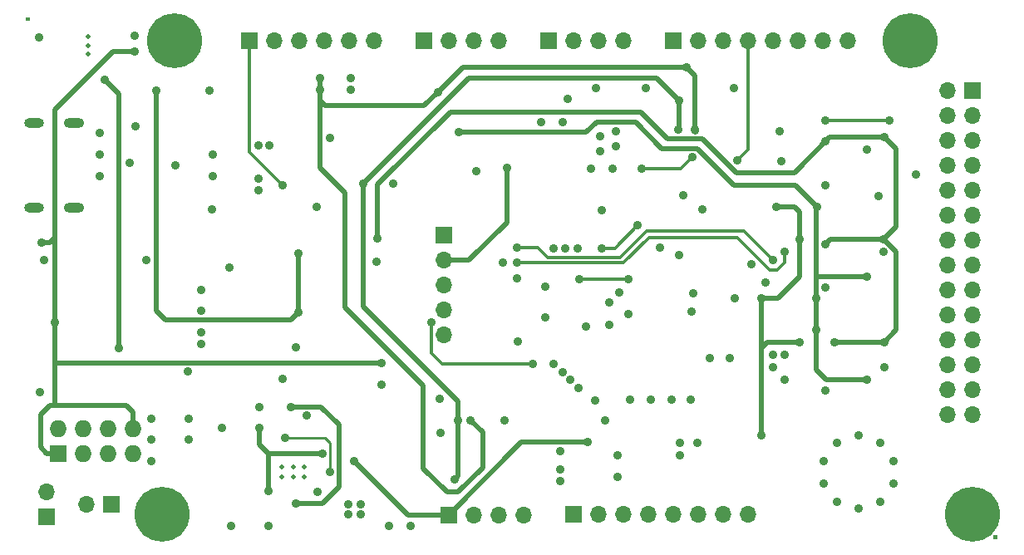
<source format=gbr>
G04 #@! TF.GenerationSoftware,KiCad,Pcbnew,5.1.10-88a1d61d58~90~ubuntu20.04.1*
G04 #@! TF.CreationDate,2021-10-17T22:22:07+02:00*
G04 #@! TF.ProjectId,PSLab,50534c61-622e-46b6-9963-61645f706362,v6.1*
G04 #@! TF.SameCoordinates,Original*
G04 #@! TF.FileFunction,Copper,L3,Inr*
G04 #@! TF.FilePolarity,Positive*
%FSLAX46Y46*%
G04 Gerber Fmt 4.6, Leading zero omitted, Abs format (unit mm)*
G04 Created by KiCad (PCBNEW 5.1.10-88a1d61d58~90~ubuntu20.04.1) date 2021-10-17 22:22:07*
%MOMM*%
%LPD*%
G01*
G04 APERTURE LIST*
G04 #@! TA.AperFunction,ComponentPad*
%ADD10O,1.700000X1.700000*%
G04 #@! TD*
G04 #@! TA.AperFunction,ComponentPad*
%ADD11R,1.700000X1.700000*%
G04 #@! TD*
G04 #@! TA.AperFunction,ComponentPad*
%ADD12C,0.500000*%
G04 #@! TD*
G04 #@! TA.AperFunction,ComponentPad*
%ADD13R,1.727200X1.727200*%
G04 #@! TD*
G04 #@! TA.AperFunction,ComponentPad*
%ADD14O,1.727200X1.727200*%
G04 #@! TD*
G04 #@! TA.AperFunction,ComponentPad*
%ADD15O,2.100000X1.000000*%
G04 #@! TD*
G04 #@! TA.AperFunction,ComponentPad*
%ADD16O,2.000000X1.000000*%
G04 #@! TD*
G04 #@! TA.AperFunction,ComponentPad*
%ADD17C,5.600000*%
G04 #@! TD*
G04 #@! TA.AperFunction,ViaPad*
%ADD18C,0.914400*%
G04 #@! TD*
G04 #@! TA.AperFunction,Conductor*
%ADD19C,0.508000*%
G04 #@! TD*
G04 #@! TA.AperFunction,Conductor*
%ADD20C,0.304800*%
G04 #@! TD*
G04 #@! TA.AperFunction,Conductor*
%ADD21C,0.254000*%
G04 #@! TD*
G04 #@! TA.AperFunction,Conductor*
%ADD22C,0.406400*%
G04 #@! TD*
G04 #@! TA.AperFunction,Conductor*
%ADD23C,0.762000*%
G04 #@! TD*
G04 #@! TA.AperFunction,NonConductor*
%ADD24C,0.030000*%
G04 #@! TD*
G04 #@! TA.AperFunction,NonConductor*
%ADD25C,0.100000*%
G04 #@! TD*
G04 APERTURE END LIST*
D10*
X133612000Y-92752000D03*
X133612000Y-90212000D03*
X133612000Y-87672000D03*
X133612000Y-85132000D03*
D11*
X133612000Y-82592000D03*
D12*
X97350000Y-62371000D03*
X97350000Y-64149000D03*
X97350000Y-63260000D03*
X119388000Y-107230000D03*
X119388000Y-106214000D03*
X118245000Y-106214000D03*
X118245000Y-107230000D03*
X117102000Y-106214000D03*
X117102000Y-107230000D03*
D13*
X94305500Y-104817000D03*
D14*
X94305500Y-102277000D03*
X96845500Y-104817000D03*
X96845500Y-102277000D03*
X99385500Y-104817000D03*
X99385500Y-102277000D03*
X101925500Y-104817000D03*
X101925500Y-102277000D03*
D15*
X95945000Y-71160000D03*
X95945000Y-79800000D03*
D16*
X91865000Y-71160000D03*
X91865000Y-79800000D03*
D17*
X104880000Y-111020000D03*
X181090000Y-62780000D03*
X106150000Y-62770000D03*
X187420000Y-111010000D03*
D11*
X187460000Y-67860000D03*
D10*
X184920000Y-67860000D03*
X187460000Y-70400000D03*
X184920000Y-70400000D03*
X187460000Y-72940000D03*
X184920000Y-72940000D03*
X187460000Y-75480000D03*
X184920000Y-75480000D03*
X187460000Y-78020000D03*
X184920000Y-78020000D03*
X187460000Y-80560000D03*
X184920000Y-80560000D03*
X187460000Y-83100000D03*
X184920000Y-83100000D03*
X187460000Y-85640000D03*
X184920000Y-85640000D03*
X187460000Y-88180000D03*
X184920000Y-88180000D03*
X187460000Y-90720000D03*
X184920000Y-90720000D03*
X187460000Y-93260000D03*
X184920000Y-93260000D03*
X187460000Y-95800000D03*
X184920000Y-95800000D03*
X187460000Y-98340000D03*
X184920000Y-98340000D03*
X187460000Y-100880000D03*
X184920000Y-100880000D03*
D11*
X156980000Y-62780000D03*
D10*
X159520000Y-62780000D03*
X162060000Y-62780000D03*
X164600000Y-62780000D03*
X167140000Y-62780000D03*
X169680000Y-62780000D03*
X172220000Y-62780000D03*
X174760000Y-62780000D03*
X164600000Y-111040000D03*
X162060000Y-111040000D03*
X159520000Y-111040000D03*
X156980000Y-111040000D03*
X154440000Y-111040000D03*
X151900000Y-111040000D03*
X149360000Y-111040000D03*
D11*
X146820000Y-111040000D03*
X131580000Y-62780000D03*
D10*
X134120000Y-62780000D03*
X136660000Y-62780000D03*
X139200000Y-62780000D03*
D11*
X144280000Y-62780000D03*
D10*
X146820000Y-62780000D03*
X149360000Y-62780000D03*
X151900000Y-62780000D03*
X141740000Y-111074000D03*
X139200000Y-111074000D03*
X136660000Y-111074000D03*
D11*
X134120000Y-111074000D03*
X113800000Y-62780000D03*
D10*
X116340000Y-62780000D03*
X118880000Y-62780000D03*
X121420000Y-62780000D03*
X123960000Y-62780000D03*
X126500000Y-62780000D03*
D11*
X93162500Y-111294000D03*
D10*
X93162500Y-108754000D03*
D11*
X99703000Y-110024000D03*
D10*
X97163000Y-110024000D03*
D18*
X148199002Y-103692000D03*
X104338000Y-67796024D03*
X115768500Y-108627000D03*
X114816000Y-102213500D03*
X121251290Y-104817000D03*
X118753000Y-84433500D03*
X118753000Y-90402506D03*
X124468000Y-105593522D03*
X141012600Y-85399000D03*
X168283006Y-94720500D03*
X168283004Y-84243000D03*
X108910500Y-90275500D03*
X157678500Y-105007500D03*
X144751558Y-83900697D03*
X149550500Y-72495500D03*
X157678500Y-103737500D03*
X145931000Y-83925500D03*
X141004300Y-83799000D03*
X167140000Y-94720500D03*
X167140000Y-85128390D03*
X108910500Y-92498000D03*
X163456992Y-74972000D03*
X151099200Y-73503500D03*
X107577004Y-101261000D03*
X179014512Y-70908000D03*
X172474000Y-70907996D03*
X107577000Y-103420000D03*
X176728500Y-73829000D03*
X152408000Y-87037000D03*
X147391500Y-87037000D03*
X150757000Y-75797496D03*
X108910500Y-88116500D03*
X111768000Y-85894000D03*
X108910500Y-93641000D03*
X142629000Y-95673000D03*
X132342000Y-91482000D03*
X118499000Y-94022000D03*
X143899000Y-90910500D03*
X149550500Y-74019500D03*
X149105982Y-67606000D03*
X178443000Y-95990500D03*
X167140000Y-95990504D03*
X164919000Y-85513000D03*
X178379502Y-84243000D03*
X117419500Y-103229500D03*
X121991500Y-106722000D03*
X98560000Y-72114501D03*
X99068000Y-66713972D03*
X118498992Y-109893390D03*
X118053500Y-100054000D03*
X100528500Y-94085500D03*
X119648000Y-100921210D03*
X120721500Y-108754000D03*
X110053500Y-76559500D03*
X98577000Y-76571500D03*
X110053500Y-74337000D03*
X98577000Y-74351500D03*
X162695000Y-95101500D03*
X150439500Y-89386499D03*
X144787992Y-95673000D03*
X145486500Y-106468000D03*
X145690000Y-96562000D03*
X145486500Y-104563000D03*
X158758000Y-99292500D03*
X156789504Y-99292494D03*
X154694000Y-99292504D03*
X152535000Y-99292500D03*
X117165498Y-77448500D03*
X139644500Y-85386002D03*
X141168500Y-93387000D03*
X141041500Y-86973500D03*
X158821500Y-90338996D03*
X158948500Y-74598221D03*
X153741500Y-75797500D03*
X168283000Y-97260500D03*
X150439500Y-91736000D03*
X166374390Y-87386784D03*
X152408000Y-90593000D03*
X102116000Y-63835000D03*
X92654500Y-83367000D03*
X93988000Y-91418500D03*
X127262000Y-95609500D03*
X140026000Y-75734500D03*
X147290000Y-98149500D03*
X151264998Y-105007500D03*
X134691500Y-107484000D03*
X135072016Y-101452000D03*
X125368500Y-77321506D03*
X157525804Y-68841433D03*
X157489619Y-71798619D03*
X169869000Y-93450500D03*
X165947000Y-89005500D03*
X169869000Y-82973000D03*
X167457500Y-79671000D03*
X165933500Y-102966410D03*
X136342500Y-101451500D03*
X158313500Y-65447000D03*
X132976998Y-67987000D03*
X120986500Y-66526500D03*
X120975500Y-67733000D03*
X159138998Y-71797000D03*
X176728500Y-86783000D03*
X176665000Y-97260500D03*
X171521500Y-89005500D03*
X171521500Y-92244000D03*
X135095000Y-72098500D03*
X171585000Y-79671000D03*
X178379500Y-82973000D03*
X172474000Y-73003500D03*
X178443000Y-93450500D03*
X178443000Y-72559000D03*
X126840020Y-82893500D03*
X173426500Y-93450506D03*
X172474000Y-83477390D03*
X146490000Y-97324000D03*
X151264998Y-107166500D03*
X149677504Y-80052000D03*
X149677500Y-83925500D03*
X153360500Y-81576000D03*
X157995998Y-78527998D03*
X103767000Y-103356500D03*
X103767000Y-101261000D03*
X124087000Y-67733000D03*
X125103000Y-110024000D03*
X125103000Y-111040000D03*
X123833000Y-111040000D03*
X123833000Y-110024000D03*
X175840000Y-102991500D03*
X102098400Y-62239200D03*
X133233000Y-102727000D03*
X102180000Y-71510300D03*
X173647267Y-103703962D03*
X172292084Y-105569212D03*
X172292084Y-107874788D03*
X173647267Y-109740038D03*
X175840000Y-110452500D03*
X178032733Y-109740038D03*
X179387916Y-107874788D03*
X179387916Y-105569212D03*
X178032733Y-103703962D03*
X159456500Y-103737500D03*
X115768500Y-112183000D03*
X111958500Y-112183000D03*
X128024000Y-112183000D03*
X130183000Y-112183000D03*
X92400506Y-62454400D03*
X150047211Y-101436973D03*
X145486500Y-107611000D03*
X143518000Y-71035000D03*
X148979000Y-99419500D03*
X172474000Y-98403496D03*
X143899000Y-87799002D03*
X139805694Y-101451500D03*
X181681500Y-76369000D03*
X151138000Y-71987500D03*
X148598000Y-75797500D03*
X124087000Y-66526500D03*
X172474000Y-87862500D03*
X177871500Y-78591500D03*
X163266500Y-89005504D03*
X160726000Y-95101990D03*
X148090000Y-91863004D03*
X128443500Y-77321500D03*
X103767000Y-105579000D03*
X127262000Y-97768504D03*
X111006000Y-102213500D03*
X114816008Y-100054500D03*
X114752500Y-73434000D03*
X114727518Y-77956500D03*
X114727518Y-76813500D03*
X115832000Y-73434000D03*
X146185000Y-68685500D03*
X145738884Y-71036622D03*
X106244000Y-75416500D03*
X101608000Y-75226000D03*
X92455000Y-98601468D03*
X92905000Y-85101484D03*
X103255000Y-85101484D03*
X107555012Y-96476710D03*
X117139000Y-97209500D03*
X136914000Y-76051500D03*
X120657994Y-79671000D03*
X109736000Y-67796490D03*
X121991500Y-72685996D03*
X147260890Y-83925500D03*
X154186000Y-67606000D03*
X163139500Y-67606000D03*
X151421061Y-88436937D03*
X172474000Y-77512000D03*
X109990000Y-79925000D03*
X126750982Y-85259000D03*
X133167500Y-99277956D03*
X167989000Y-75012500D03*
X157551500Y-84624000D03*
X167838500Y-71987504D03*
X159901000Y-79925000D03*
X159012000Y-88497500D03*
X155646502Y-83798502D03*
D19*
X141502000Y-103692000D02*
X148199002Y-103692000D01*
X134120000Y-111074000D02*
X141502000Y-103692000D01*
X114816000Y-102213500D02*
X114816000Y-103864500D01*
X114816000Y-103864500D02*
X115768500Y-104817000D01*
X115768500Y-104817000D02*
X115768500Y-105261500D01*
X115768500Y-105261500D02*
X115768500Y-108627000D01*
X115768500Y-104817000D02*
X121251290Y-104817000D01*
X117978307Y-91177199D02*
X118753000Y-90402506D01*
X105240199Y-91177199D02*
X117978307Y-91177199D01*
X118753000Y-84433500D02*
X118753000Y-90402506D01*
X104338000Y-67796024D02*
X104338000Y-90275000D01*
X104338000Y-90275000D02*
X105240199Y-91177199D01*
X129948478Y-111074000D02*
X124468000Y-105593522D01*
X134120000Y-111074000D02*
X129948478Y-111074000D01*
D20*
X168283004Y-85322496D02*
X168283004Y-84243000D01*
X166822500Y-86084500D02*
X167521000Y-86084500D01*
X163520500Y-82782500D02*
X166822500Y-86084500D01*
X167521000Y-86084500D02*
X168283004Y-85322496D01*
X154503500Y-82782500D02*
X163520500Y-82782500D01*
X151887000Y-85399000D02*
X154503500Y-82782500D01*
X141012600Y-85399000D02*
X151887000Y-85399000D01*
X166682801Y-84671191D02*
X167140000Y-85128390D01*
X164159110Y-82147500D02*
X166682801Y-84671191D01*
X144216500Y-84814500D02*
X151582500Y-84814500D01*
X154249500Y-82147500D02*
X164159110Y-82147500D01*
X151582500Y-84814500D02*
X154249500Y-82147500D01*
X143201000Y-83799000D02*
X144216500Y-84814500D01*
X141004300Y-83799000D02*
X143201000Y-83799000D01*
X164600000Y-62780000D02*
X164600000Y-73828992D01*
X164600000Y-73828992D02*
X163456992Y-74972000D01*
X179014512Y-70908000D02*
X172474004Y-70908000D01*
X172474004Y-70908000D02*
X172474000Y-70907996D01*
X152408000Y-87037000D02*
X147391500Y-87037000D01*
X133421500Y-95673000D02*
X132342000Y-94593500D01*
X142629000Y-95673000D02*
X133421500Y-95673000D01*
X132342000Y-94593500D02*
X132342000Y-91482000D01*
D21*
X121483500Y-103229500D02*
X117419500Y-103229500D01*
X121991500Y-103737500D02*
X121483500Y-103229500D01*
X121991500Y-106722000D02*
X121991500Y-103737500D01*
D19*
X100528500Y-68174472D02*
X99068000Y-66713972D01*
X100528500Y-78337500D02*
X100528500Y-68174472D01*
X121102000Y-100054000D02*
X118053500Y-100054000D01*
X122944000Y-101896000D02*
X121102000Y-100054000D01*
X122944000Y-108182500D02*
X122944000Y-101896000D01*
X121233110Y-109893390D02*
X122944000Y-108182500D01*
X118498992Y-109893390D02*
X121233110Y-109893390D01*
X100528500Y-78337500D02*
X100528500Y-94085500D01*
D20*
X113800000Y-65891500D02*
X113800000Y-62780000D01*
X113800000Y-62780000D02*
X113800000Y-74083002D01*
X113800000Y-74083002D02*
X117165498Y-77448500D01*
X157749221Y-75797500D02*
X153741500Y-75797500D01*
X158948500Y-74598221D02*
X157749221Y-75797500D01*
D22*
X101925500Y-101070500D02*
X101925500Y-102277000D01*
D20*
X101925500Y-100880000D02*
X101925500Y-102277000D01*
D19*
X102116000Y-63835000D02*
X99918000Y-63835000D01*
X99918000Y-63835000D02*
X93988000Y-69765000D01*
X93467000Y-83367000D02*
X92654500Y-83367000D01*
X93988000Y-82846000D02*
X93467000Y-83367000D01*
X93988000Y-69765000D02*
X93988000Y-82465000D01*
X93988000Y-82465000D02*
X93988000Y-82846000D01*
X93988000Y-82465000D02*
X93988000Y-91418500D01*
X102243000Y-95609500D02*
X127262000Y-95609500D01*
X97861500Y-95609500D02*
X98941000Y-95609500D01*
X97925000Y-95609500D02*
X97861500Y-95609500D01*
X97798000Y-95609500D02*
X97861500Y-95609500D01*
X94877000Y-95609500D02*
X102243000Y-95609500D01*
X101925500Y-100562500D02*
X101925500Y-102277000D01*
X101290500Y-99927500D02*
X101925500Y-100562500D01*
X92527500Y-100880000D02*
X93480000Y-99927500D01*
X92527500Y-104182000D02*
X92527500Y-100880000D01*
X93162500Y-104817000D02*
X92527500Y-104182000D01*
X94305500Y-104817000D02*
X93162500Y-104817000D01*
X94750000Y-99927500D02*
X101290500Y-99927500D01*
X93480000Y-99927500D02*
X94750000Y-99927500D01*
X93988000Y-95609500D02*
X94877000Y-95609500D01*
X93988000Y-91418500D02*
X93988000Y-95609500D01*
X93988000Y-99927500D02*
X94750000Y-99927500D01*
X93988000Y-95609500D02*
X93988000Y-99927500D01*
X133612000Y-85132000D02*
X136152000Y-85132000D01*
X140026000Y-81258000D02*
X140026000Y-75734500D01*
X136152000Y-85132000D02*
X140026000Y-81258000D01*
X135072016Y-107103484D02*
X135072016Y-101452000D01*
X134691500Y-107484000D02*
X135072016Y-107103484D01*
X125368500Y-77968084D02*
X125368500Y-77321506D01*
X125368500Y-89828770D02*
X125368500Y-77968084D01*
X135072016Y-99532286D02*
X125368500Y-89828770D01*
X135072016Y-101452000D02*
X135072016Y-99532286D01*
X136100006Y-66590000D02*
X155274371Y-66590000D01*
X125368500Y-77321506D02*
X136100006Y-66590000D01*
X155274371Y-66590000D02*
X157525804Y-68841433D01*
D20*
X157489619Y-71922383D02*
X157489619Y-71798619D01*
D19*
X157525804Y-71762434D02*
X157489619Y-71798619D01*
D20*
X157342702Y-72069300D02*
X157489619Y-71922383D01*
D19*
X157525804Y-68841433D02*
X157525804Y-71762434D01*
X166568500Y-93450500D02*
X169869000Y-93450500D01*
X165933500Y-94085500D02*
X166568500Y-93450500D01*
X165933500Y-89019000D02*
X165947000Y-89005500D01*
X165933500Y-94085500D02*
X165933500Y-89019000D01*
X165947000Y-89005500D02*
X167648000Y-89005500D01*
X169869000Y-86784500D02*
X169869000Y-82973000D01*
X167648000Y-89005500D02*
X169869000Y-86784500D01*
X169299000Y-79671000D02*
X167457500Y-79671000D01*
X169869000Y-80241000D02*
X169299000Y-79671000D01*
X169869000Y-82973000D02*
X169869000Y-80241000D01*
X165933500Y-94085500D02*
X165933500Y-102966410D01*
X135516998Y-65447000D02*
X132976998Y-67987000D01*
X158313500Y-65447000D02*
X135516998Y-65447000D01*
X120986500Y-68887000D02*
X120986500Y-66526500D01*
X121483500Y-69384000D02*
X120986500Y-68887000D01*
X131579998Y-69384000D02*
X121483500Y-69384000D01*
X132976998Y-67987000D02*
X131579998Y-69384000D01*
X159138998Y-66272498D02*
X159138998Y-71797000D01*
D23*
X159138998Y-71860488D02*
X159138998Y-71797000D01*
D19*
X158313500Y-65447000D02*
X159138998Y-66272498D01*
X137549000Y-102658000D02*
X136342500Y-101451500D01*
X137549000Y-106277500D02*
X137549000Y-102658000D01*
X135072500Y-108754000D02*
X137549000Y-106277500D01*
X131516500Y-106341000D02*
X133929500Y-108754000D01*
X131516500Y-97895500D02*
X131516500Y-106341000D01*
X123515500Y-89894500D02*
X131516500Y-97895500D01*
X133929500Y-108754000D02*
X135072500Y-108754000D01*
X123515500Y-78210500D02*
X123515500Y-89894500D01*
X120975500Y-75670500D02*
X123515500Y-78210500D01*
X120975500Y-67733000D02*
X120975500Y-75670500D01*
X171521500Y-92244000D02*
X171521500Y-89005500D01*
X171521500Y-89005500D02*
X171521500Y-85576500D01*
X171521500Y-86783000D02*
X176728500Y-86783000D01*
X171521500Y-85576500D02*
X171521500Y-86783000D01*
X171521500Y-96244500D02*
X171521500Y-92244000D01*
X172537500Y-97260500D02*
X171521500Y-96244500D01*
X176665000Y-97260500D02*
X172537500Y-97260500D01*
X171521500Y-79734500D02*
X171585000Y-79671000D01*
X171521500Y-85576500D02*
X171521500Y-79734500D01*
X149137750Y-71035000D02*
X153119947Y-71035000D01*
X169391510Y-77477510D02*
X171585000Y-79671000D01*
X163168510Y-77477510D02*
X169391510Y-77477510D01*
X159422011Y-73731011D02*
X163168510Y-77477510D01*
X135095000Y-72098500D02*
X148074250Y-72098500D01*
X148074250Y-72098500D02*
X149137750Y-71035000D01*
X155815958Y-73731011D02*
X159422011Y-73731011D01*
X153119947Y-71035000D02*
X155815958Y-73731011D01*
X179649500Y-92244000D02*
X178443000Y-93450500D01*
X179649500Y-84243000D02*
X179649500Y-92244000D01*
X178379500Y-82973000D02*
X179649500Y-84243000D01*
X179649500Y-73765500D02*
X178443000Y-72559000D01*
X178379500Y-82973000D02*
X179649500Y-81703000D01*
X179649500Y-81703000D02*
X179649500Y-73765500D01*
X173426506Y-93450500D02*
X173426500Y-93450506D01*
X178443000Y-93450500D02*
X173426506Y-93450500D01*
X126840020Y-77425980D02*
X126840020Y-82893500D01*
X134247000Y-70019000D02*
X126840020Y-77425980D01*
X153678000Y-70019000D02*
X134247000Y-70019000D01*
X156408500Y-72749500D02*
X153678000Y-70019000D01*
X163393500Y-76178500D02*
X159964500Y-72749500D01*
X159964500Y-72749500D02*
X156408500Y-72749500D01*
X169299000Y-76178500D02*
X163393500Y-76178500D01*
X172918500Y-72559000D02*
X169299000Y-76178500D01*
X178443000Y-72559000D02*
X172918500Y-72559000D01*
X172978390Y-82973000D02*
X172474000Y-83477390D01*
X178379500Y-82973000D02*
X172978390Y-82973000D01*
D20*
X151011000Y-83925500D02*
X153360500Y-81576000D01*
X149677500Y-83925500D02*
X151011000Y-83925500D01*
D24*
X91369500Y-60669500D02*
X91035000Y-60669500D01*
X91035000Y-60365000D01*
X91369500Y-60365000D01*
X91369500Y-60669500D01*
G04 #@! TA.AperFunction,NonConductor*
D25*
G36*
X91369500Y-60669500D02*
G01*
X91035000Y-60669500D01*
X91035000Y-60365000D01*
X91369500Y-60365000D01*
X91369500Y-60669500D01*
G37*
G04 #@! TD.AperFunction*
D24*
X189875001Y-113485000D02*
X189570500Y-113485000D01*
X189570500Y-113150500D01*
X189875001Y-113150500D01*
X189875001Y-113485000D01*
G04 #@! TA.AperFunction,NonConductor*
D25*
G36*
X189875001Y-113485000D02*
G01*
X189570500Y-113485000D01*
X189570500Y-113150500D01*
X189875001Y-113150500D01*
X189875001Y-113485000D01*
G37*
G04 #@! TD.AperFunction*
M02*

</source>
